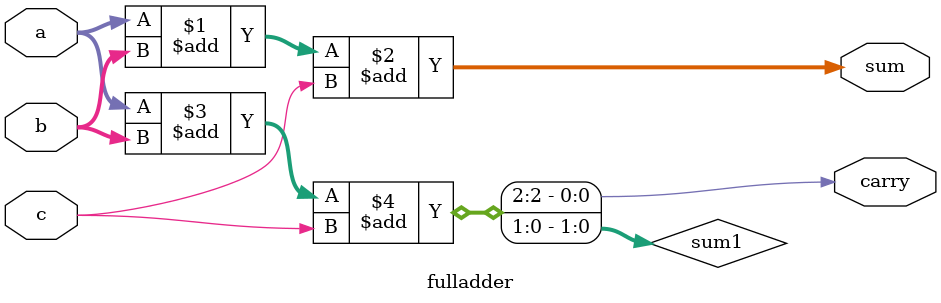
<source format=v>
`timescale 1ns / 1ps
module fulladder(sum,carry,a,b,c);
input [1:0]a,b;
input c;
wire [1:0]sum1;
output [1:0]sum;
output carry;
assign sum=a+b+c;
assign {carry,sum1}=a+b+c;

endmodule

</source>
